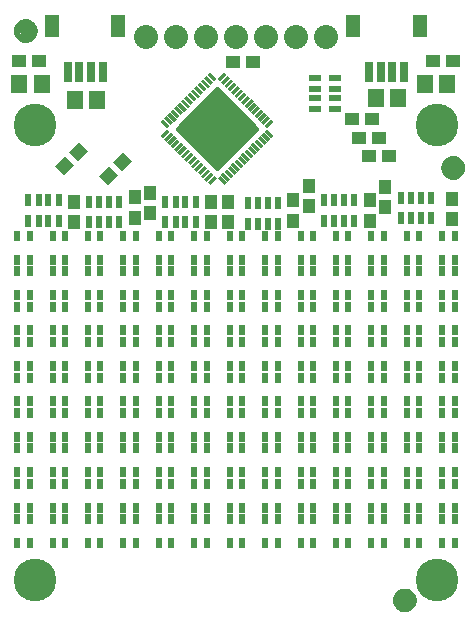
<source format=gbr>
G04 EAGLE Gerber RS-274X export*
G75*
%MOMM*%
%FSLAX34Y34*%
%LPD*%
%INSoldermask Top*%
%IPPOS*%
%AMOC8*
5,1,8,0,0,1.08239X$1,22.5*%
G01*
%ADD10R,1.341600X1.601600*%
%ADD11C,3.617600*%
%ADD12C,1.101600*%
%ADD13C,0.469900*%
%ADD14C,2.032000*%
%ADD15C,0.624191*%
%ADD16R,0.801600X0.301600*%
%ADD17R,1.001600X0.551600*%
%ADD18R,1.176600X1.101600*%
%ADD19R,0.601600X0.851600*%
%ADD20R,0.551600X1.001600*%
%ADD21R,1.101600X1.176600*%
%ADD22R,0.701600X1.651600*%
%ADD23R,1.301600X1.901600*%


D10*
X58380Y381910D03*
X77380Y381910D03*
D11*
X25000Y360000D03*
X365000Y360000D03*
D12*
X17010Y439860D03*
D13*
X17010Y447360D02*
X16829Y447358D01*
X16648Y447351D01*
X16467Y447340D01*
X16286Y447325D01*
X16106Y447305D01*
X15926Y447281D01*
X15747Y447253D01*
X15569Y447220D01*
X15392Y447183D01*
X15215Y447142D01*
X15040Y447097D01*
X14865Y447047D01*
X14692Y446993D01*
X14521Y446935D01*
X14350Y446873D01*
X14182Y446806D01*
X14015Y446736D01*
X13849Y446662D01*
X13686Y446583D01*
X13525Y446501D01*
X13365Y446415D01*
X13208Y446325D01*
X13053Y446231D01*
X12900Y446134D01*
X12750Y446032D01*
X12602Y445928D01*
X12456Y445819D01*
X12314Y445708D01*
X12174Y445592D01*
X12037Y445474D01*
X11902Y445352D01*
X11771Y445227D01*
X11643Y445099D01*
X11518Y444968D01*
X11396Y444833D01*
X11278Y444696D01*
X11162Y444556D01*
X11051Y444414D01*
X10942Y444268D01*
X10838Y444120D01*
X10736Y443970D01*
X10639Y443817D01*
X10545Y443662D01*
X10455Y443505D01*
X10369Y443345D01*
X10287Y443184D01*
X10208Y443021D01*
X10134Y442855D01*
X10064Y442688D01*
X9997Y442520D01*
X9935Y442349D01*
X9877Y442178D01*
X9823Y442005D01*
X9773Y441830D01*
X9728Y441655D01*
X9687Y441478D01*
X9650Y441301D01*
X9617Y441123D01*
X9589Y440944D01*
X9565Y440764D01*
X9545Y440584D01*
X9530Y440403D01*
X9519Y440222D01*
X9512Y440041D01*
X9510Y439860D01*
X17010Y447360D02*
X17191Y447358D01*
X17372Y447351D01*
X17553Y447340D01*
X17734Y447325D01*
X17914Y447305D01*
X18094Y447281D01*
X18273Y447253D01*
X18451Y447220D01*
X18628Y447183D01*
X18805Y447142D01*
X18980Y447097D01*
X19155Y447047D01*
X19328Y446993D01*
X19499Y446935D01*
X19670Y446873D01*
X19838Y446806D01*
X20005Y446736D01*
X20171Y446662D01*
X20334Y446583D01*
X20495Y446501D01*
X20655Y446415D01*
X20812Y446325D01*
X20967Y446231D01*
X21120Y446134D01*
X21270Y446032D01*
X21418Y445928D01*
X21564Y445819D01*
X21706Y445708D01*
X21846Y445592D01*
X21983Y445474D01*
X22118Y445352D01*
X22249Y445227D01*
X22377Y445099D01*
X22502Y444968D01*
X22624Y444833D01*
X22742Y444696D01*
X22858Y444556D01*
X22969Y444414D01*
X23078Y444268D01*
X23182Y444120D01*
X23284Y443970D01*
X23381Y443817D01*
X23475Y443662D01*
X23565Y443505D01*
X23651Y443345D01*
X23733Y443184D01*
X23812Y443021D01*
X23886Y442855D01*
X23956Y442688D01*
X24023Y442520D01*
X24085Y442349D01*
X24143Y442178D01*
X24197Y442005D01*
X24247Y441830D01*
X24292Y441655D01*
X24333Y441478D01*
X24370Y441301D01*
X24403Y441123D01*
X24431Y440944D01*
X24455Y440764D01*
X24475Y440584D01*
X24490Y440403D01*
X24501Y440222D01*
X24508Y440041D01*
X24510Y439860D01*
X24508Y439679D01*
X24501Y439498D01*
X24490Y439317D01*
X24475Y439136D01*
X24455Y438956D01*
X24431Y438776D01*
X24403Y438597D01*
X24370Y438419D01*
X24333Y438242D01*
X24292Y438065D01*
X24247Y437890D01*
X24197Y437715D01*
X24143Y437542D01*
X24085Y437371D01*
X24023Y437200D01*
X23956Y437032D01*
X23886Y436865D01*
X23812Y436699D01*
X23733Y436536D01*
X23651Y436375D01*
X23565Y436215D01*
X23475Y436058D01*
X23381Y435903D01*
X23284Y435750D01*
X23182Y435600D01*
X23078Y435452D01*
X22969Y435306D01*
X22858Y435164D01*
X22742Y435024D01*
X22624Y434887D01*
X22502Y434752D01*
X22377Y434621D01*
X22249Y434493D01*
X22118Y434368D01*
X21983Y434246D01*
X21846Y434128D01*
X21706Y434012D01*
X21564Y433901D01*
X21418Y433792D01*
X21270Y433688D01*
X21120Y433586D01*
X20967Y433489D01*
X20812Y433395D01*
X20655Y433305D01*
X20495Y433219D01*
X20334Y433137D01*
X20171Y433058D01*
X20005Y432984D01*
X19838Y432914D01*
X19670Y432847D01*
X19499Y432785D01*
X19328Y432727D01*
X19155Y432673D01*
X18980Y432623D01*
X18805Y432578D01*
X18628Y432537D01*
X18451Y432500D01*
X18273Y432467D01*
X18094Y432439D01*
X17914Y432415D01*
X17734Y432395D01*
X17553Y432380D01*
X17372Y432369D01*
X17191Y432362D01*
X17010Y432360D01*
X16829Y432362D01*
X16648Y432369D01*
X16467Y432380D01*
X16286Y432395D01*
X16106Y432415D01*
X15926Y432439D01*
X15747Y432467D01*
X15569Y432500D01*
X15392Y432537D01*
X15215Y432578D01*
X15040Y432623D01*
X14865Y432673D01*
X14692Y432727D01*
X14521Y432785D01*
X14350Y432847D01*
X14182Y432914D01*
X14015Y432984D01*
X13849Y433058D01*
X13686Y433137D01*
X13525Y433219D01*
X13365Y433305D01*
X13208Y433395D01*
X13053Y433489D01*
X12900Y433586D01*
X12750Y433688D01*
X12602Y433792D01*
X12456Y433901D01*
X12314Y434012D01*
X12174Y434128D01*
X12037Y434246D01*
X11902Y434368D01*
X11771Y434493D01*
X11643Y434621D01*
X11518Y434752D01*
X11396Y434887D01*
X11278Y435024D01*
X11162Y435164D01*
X11051Y435306D01*
X10942Y435452D01*
X10838Y435600D01*
X10736Y435750D01*
X10639Y435903D01*
X10545Y436058D01*
X10455Y436215D01*
X10369Y436375D01*
X10287Y436536D01*
X10208Y436699D01*
X10134Y436865D01*
X10064Y437032D01*
X9997Y437200D01*
X9935Y437371D01*
X9877Y437542D01*
X9823Y437715D01*
X9773Y437890D01*
X9728Y438065D01*
X9687Y438242D01*
X9650Y438419D01*
X9617Y438597D01*
X9589Y438776D01*
X9565Y438956D01*
X9545Y439136D01*
X9530Y439317D01*
X9519Y439498D01*
X9512Y439679D01*
X9510Y439860D01*
D12*
X338043Y-42151D03*
D13*
X338043Y-34651D02*
X337862Y-34653D01*
X337681Y-34660D01*
X337500Y-34671D01*
X337319Y-34686D01*
X337139Y-34706D01*
X336959Y-34730D01*
X336780Y-34758D01*
X336602Y-34791D01*
X336425Y-34828D01*
X336248Y-34869D01*
X336073Y-34914D01*
X335898Y-34964D01*
X335725Y-35018D01*
X335554Y-35076D01*
X335383Y-35138D01*
X335215Y-35205D01*
X335048Y-35275D01*
X334882Y-35349D01*
X334719Y-35428D01*
X334558Y-35510D01*
X334398Y-35596D01*
X334241Y-35686D01*
X334086Y-35780D01*
X333933Y-35877D01*
X333783Y-35979D01*
X333635Y-36083D01*
X333489Y-36192D01*
X333347Y-36303D01*
X333207Y-36419D01*
X333070Y-36537D01*
X332935Y-36659D01*
X332804Y-36784D01*
X332676Y-36912D01*
X332551Y-37043D01*
X332429Y-37178D01*
X332311Y-37315D01*
X332195Y-37455D01*
X332084Y-37597D01*
X331975Y-37743D01*
X331871Y-37891D01*
X331769Y-38041D01*
X331672Y-38194D01*
X331578Y-38349D01*
X331488Y-38506D01*
X331402Y-38666D01*
X331320Y-38827D01*
X331241Y-38990D01*
X331167Y-39156D01*
X331097Y-39323D01*
X331030Y-39491D01*
X330968Y-39662D01*
X330910Y-39833D01*
X330856Y-40006D01*
X330806Y-40181D01*
X330761Y-40356D01*
X330720Y-40533D01*
X330683Y-40710D01*
X330650Y-40888D01*
X330622Y-41067D01*
X330598Y-41247D01*
X330578Y-41427D01*
X330563Y-41608D01*
X330552Y-41789D01*
X330545Y-41970D01*
X330543Y-42151D01*
X338043Y-34651D02*
X338224Y-34653D01*
X338405Y-34660D01*
X338586Y-34671D01*
X338767Y-34686D01*
X338947Y-34706D01*
X339127Y-34730D01*
X339306Y-34758D01*
X339484Y-34791D01*
X339661Y-34828D01*
X339838Y-34869D01*
X340013Y-34914D01*
X340188Y-34964D01*
X340361Y-35018D01*
X340532Y-35076D01*
X340703Y-35138D01*
X340871Y-35205D01*
X341038Y-35275D01*
X341204Y-35349D01*
X341367Y-35428D01*
X341528Y-35510D01*
X341688Y-35596D01*
X341845Y-35686D01*
X342000Y-35780D01*
X342153Y-35877D01*
X342303Y-35979D01*
X342451Y-36083D01*
X342597Y-36192D01*
X342739Y-36303D01*
X342879Y-36419D01*
X343016Y-36537D01*
X343151Y-36659D01*
X343282Y-36784D01*
X343410Y-36912D01*
X343535Y-37043D01*
X343657Y-37178D01*
X343775Y-37315D01*
X343891Y-37455D01*
X344002Y-37597D01*
X344111Y-37743D01*
X344215Y-37891D01*
X344317Y-38041D01*
X344414Y-38194D01*
X344508Y-38349D01*
X344598Y-38506D01*
X344684Y-38666D01*
X344766Y-38827D01*
X344845Y-38990D01*
X344919Y-39156D01*
X344989Y-39323D01*
X345056Y-39491D01*
X345118Y-39662D01*
X345176Y-39833D01*
X345230Y-40006D01*
X345280Y-40181D01*
X345325Y-40356D01*
X345366Y-40533D01*
X345403Y-40710D01*
X345436Y-40888D01*
X345464Y-41067D01*
X345488Y-41247D01*
X345508Y-41427D01*
X345523Y-41608D01*
X345534Y-41789D01*
X345541Y-41970D01*
X345543Y-42151D01*
X345541Y-42332D01*
X345534Y-42513D01*
X345523Y-42694D01*
X345508Y-42875D01*
X345488Y-43055D01*
X345464Y-43235D01*
X345436Y-43414D01*
X345403Y-43592D01*
X345366Y-43769D01*
X345325Y-43946D01*
X345280Y-44121D01*
X345230Y-44296D01*
X345176Y-44469D01*
X345118Y-44640D01*
X345056Y-44811D01*
X344989Y-44979D01*
X344919Y-45146D01*
X344845Y-45312D01*
X344766Y-45475D01*
X344684Y-45636D01*
X344598Y-45796D01*
X344508Y-45953D01*
X344414Y-46108D01*
X344317Y-46261D01*
X344215Y-46411D01*
X344111Y-46559D01*
X344002Y-46705D01*
X343891Y-46847D01*
X343775Y-46987D01*
X343657Y-47124D01*
X343535Y-47259D01*
X343410Y-47390D01*
X343282Y-47518D01*
X343151Y-47643D01*
X343016Y-47765D01*
X342879Y-47883D01*
X342739Y-47999D01*
X342597Y-48110D01*
X342451Y-48219D01*
X342303Y-48323D01*
X342153Y-48425D01*
X342000Y-48522D01*
X341845Y-48616D01*
X341688Y-48706D01*
X341528Y-48792D01*
X341367Y-48874D01*
X341204Y-48953D01*
X341038Y-49027D01*
X340871Y-49097D01*
X340703Y-49164D01*
X340532Y-49226D01*
X340361Y-49284D01*
X340188Y-49338D01*
X340013Y-49388D01*
X339838Y-49433D01*
X339661Y-49474D01*
X339484Y-49511D01*
X339306Y-49544D01*
X339127Y-49572D01*
X338947Y-49596D01*
X338767Y-49616D01*
X338586Y-49631D01*
X338405Y-49642D01*
X338224Y-49649D01*
X338043Y-49651D01*
X337862Y-49649D01*
X337681Y-49642D01*
X337500Y-49631D01*
X337319Y-49616D01*
X337139Y-49596D01*
X336959Y-49572D01*
X336780Y-49544D01*
X336602Y-49511D01*
X336425Y-49474D01*
X336248Y-49433D01*
X336073Y-49388D01*
X335898Y-49338D01*
X335725Y-49284D01*
X335554Y-49226D01*
X335383Y-49164D01*
X335215Y-49097D01*
X335048Y-49027D01*
X334882Y-48953D01*
X334719Y-48874D01*
X334558Y-48792D01*
X334398Y-48706D01*
X334241Y-48616D01*
X334086Y-48522D01*
X333933Y-48425D01*
X333783Y-48323D01*
X333635Y-48219D01*
X333489Y-48110D01*
X333347Y-47999D01*
X333207Y-47883D01*
X333070Y-47765D01*
X332935Y-47643D01*
X332804Y-47518D01*
X332676Y-47390D01*
X332551Y-47259D01*
X332429Y-47124D01*
X332311Y-46987D01*
X332195Y-46847D01*
X332084Y-46705D01*
X331975Y-46559D01*
X331871Y-46411D01*
X331769Y-46261D01*
X331672Y-46108D01*
X331578Y-45953D01*
X331488Y-45796D01*
X331402Y-45636D01*
X331320Y-45475D01*
X331241Y-45312D01*
X331167Y-45146D01*
X331097Y-44979D01*
X331030Y-44811D01*
X330968Y-44640D01*
X330910Y-44469D01*
X330856Y-44296D01*
X330806Y-44121D01*
X330761Y-43946D01*
X330720Y-43769D01*
X330683Y-43592D01*
X330650Y-43414D01*
X330622Y-43235D01*
X330598Y-43055D01*
X330578Y-42875D01*
X330563Y-42694D01*
X330552Y-42513D01*
X330545Y-42332D01*
X330543Y-42151D01*
D14*
X118800Y435000D03*
X144200Y435000D03*
X169600Y435000D03*
X195000Y435000D03*
X220400Y435000D03*
X245800Y435000D03*
X271200Y435000D03*
D10*
X313290Y383350D03*
X332290Y383350D03*
X30570Y395040D03*
X11570Y395040D03*
D15*
X146758Y357320D02*
X179125Y389687D01*
X211492Y357320D01*
X179125Y324953D01*
X146758Y357320D01*
X173195Y330883D02*
X185055Y330883D01*
X190985Y336813D02*
X167265Y336813D01*
X161335Y342743D02*
X196915Y342743D01*
X202845Y348673D02*
X155405Y348673D01*
X149475Y354603D02*
X208775Y354603D01*
X208279Y360533D02*
X149971Y360533D01*
X155901Y366463D02*
X202349Y366463D01*
X196419Y372393D02*
X161831Y372393D01*
X167761Y378323D02*
X190489Y378323D01*
X184559Y384253D02*
X173691Y384253D01*
D16*
G36*
X226866Y363330D02*
X221199Y357663D01*
X219066Y359796D01*
X224733Y365463D01*
X226866Y363330D01*
G37*
G36*
X224037Y366158D02*
X218370Y360491D01*
X216237Y362624D01*
X221904Y368291D01*
X224037Y366158D01*
G37*
G36*
X221209Y368986D02*
X215542Y363319D01*
X213409Y365452D01*
X219076Y371119D01*
X221209Y368986D01*
G37*
G36*
X218380Y371815D02*
X212713Y366148D01*
X210580Y368281D01*
X216247Y373948D01*
X218380Y371815D01*
G37*
G36*
X215552Y374643D02*
X209885Y368976D01*
X207752Y371109D01*
X213419Y376776D01*
X215552Y374643D01*
G37*
G36*
X212723Y377472D02*
X207056Y371805D01*
X204923Y373938D01*
X210590Y379605D01*
X212723Y377472D01*
G37*
G36*
X209895Y380300D02*
X204228Y374633D01*
X202095Y376766D01*
X207762Y382433D01*
X209895Y380300D01*
G37*
G36*
X207067Y383129D02*
X201400Y377462D01*
X199267Y379595D01*
X204934Y385262D01*
X207067Y383129D01*
G37*
G36*
X204238Y385957D02*
X198571Y380290D01*
X196438Y382423D01*
X202105Y388090D01*
X204238Y385957D01*
G37*
G36*
X201410Y388785D02*
X195743Y383118D01*
X193610Y385251D01*
X199277Y390918D01*
X201410Y388785D01*
G37*
G36*
X198581Y391614D02*
X192914Y385947D01*
X190781Y388080D01*
X196448Y393747D01*
X198581Y391614D01*
G37*
G36*
X195753Y394442D02*
X190086Y388775D01*
X187953Y390908D01*
X193620Y396575D01*
X195753Y394442D01*
G37*
G36*
X192924Y397271D02*
X187257Y391604D01*
X185124Y393737D01*
X190791Y399404D01*
X192924Y397271D01*
G37*
G36*
X190096Y400099D02*
X184429Y394432D01*
X182296Y396565D01*
X187963Y402232D01*
X190096Y400099D01*
G37*
G36*
X187268Y402928D02*
X181601Y397261D01*
X179468Y399394D01*
X185135Y405061D01*
X187268Y402928D01*
G37*
G36*
X173115Y405061D02*
X178782Y399394D01*
X176649Y397261D01*
X170982Y402928D01*
X173115Y405061D01*
G37*
G36*
X170287Y402232D02*
X175954Y396565D01*
X173821Y394432D01*
X168154Y400099D01*
X170287Y402232D01*
G37*
G36*
X167459Y399404D02*
X173126Y393737D01*
X170993Y391604D01*
X165326Y397271D01*
X167459Y399404D01*
G37*
G36*
X164630Y396575D02*
X170297Y390908D01*
X168164Y388775D01*
X162497Y394442D01*
X164630Y396575D01*
G37*
G36*
X161802Y393747D02*
X167469Y388080D01*
X165336Y385947D01*
X159669Y391614D01*
X161802Y393747D01*
G37*
G36*
X158973Y390918D02*
X164640Y385251D01*
X162507Y383118D01*
X156840Y388785D01*
X158973Y390918D01*
G37*
G36*
X156145Y388090D02*
X161812Y382423D01*
X159679Y380290D01*
X154012Y385957D01*
X156145Y388090D01*
G37*
G36*
X153316Y385262D02*
X158983Y379595D01*
X156850Y377462D01*
X151183Y383129D01*
X153316Y385262D01*
G37*
G36*
X150488Y382433D02*
X156155Y376766D01*
X154022Y374633D01*
X148355Y380300D01*
X150488Y382433D01*
G37*
G36*
X147660Y379605D02*
X153327Y373938D01*
X151194Y371805D01*
X145527Y377472D01*
X147660Y379605D01*
G37*
G36*
X144831Y376776D02*
X150498Y371109D01*
X148365Y368976D01*
X142698Y374643D01*
X144831Y376776D01*
G37*
G36*
X142003Y373948D02*
X147670Y368281D01*
X145537Y366148D01*
X139870Y371815D01*
X142003Y373948D01*
G37*
G36*
X139174Y371119D02*
X144841Y365452D01*
X142708Y363319D01*
X137041Y368986D01*
X139174Y371119D01*
G37*
G36*
X136346Y368291D02*
X142013Y362624D01*
X139880Y360491D01*
X134213Y366158D01*
X136346Y368291D01*
G37*
G36*
X133517Y365463D02*
X139184Y359796D01*
X137051Y357663D01*
X131384Y363330D01*
X133517Y365463D01*
G37*
G36*
X131384Y351310D02*
X137051Y356977D01*
X139184Y354844D01*
X133517Y349177D01*
X131384Y351310D01*
G37*
G36*
X134213Y348482D02*
X139880Y354149D01*
X142013Y352016D01*
X136346Y346349D01*
X134213Y348482D01*
G37*
G36*
X137041Y345654D02*
X142708Y351321D01*
X144841Y349188D01*
X139174Y343521D01*
X137041Y345654D01*
G37*
G36*
X139870Y342825D02*
X145537Y348492D01*
X147670Y346359D01*
X142003Y340692D01*
X139870Y342825D01*
G37*
G36*
X142698Y339997D02*
X148365Y345664D01*
X150498Y343531D01*
X144831Y337864D01*
X142698Y339997D01*
G37*
G36*
X145527Y337168D02*
X151194Y342835D01*
X153327Y340702D01*
X147660Y335035D01*
X145527Y337168D01*
G37*
G36*
X148355Y334340D02*
X154022Y340007D01*
X156155Y337874D01*
X150488Y332207D01*
X148355Y334340D01*
G37*
G36*
X151183Y331511D02*
X156850Y337178D01*
X158983Y335045D01*
X153316Y329378D01*
X151183Y331511D01*
G37*
G36*
X154012Y328683D02*
X159679Y334350D01*
X161812Y332217D01*
X156145Y326550D01*
X154012Y328683D01*
G37*
G36*
X156840Y325855D02*
X162507Y331522D01*
X164640Y329389D01*
X158973Y323722D01*
X156840Y325855D01*
G37*
G36*
X159669Y323026D02*
X165336Y328693D01*
X167469Y326560D01*
X161802Y320893D01*
X159669Y323026D01*
G37*
G36*
X162497Y320198D02*
X168164Y325865D01*
X170297Y323732D01*
X164630Y318065D01*
X162497Y320198D01*
G37*
G36*
X165326Y317369D02*
X170993Y323036D01*
X173126Y320903D01*
X167459Y315236D01*
X165326Y317369D01*
G37*
G36*
X168154Y314541D02*
X173821Y320208D01*
X175954Y318075D01*
X170287Y312408D01*
X168154Y314541D01*
G37*
G36*
X170982Y311712D02*
X176649Y317379D01*
X178782Y315246D01*
X173115Y309579D01*
X170982Y311712D01*
G37*
G36*
X185135Y309579D02*
X179468Y315246D01*
X181601Y317379D01*
X187268Y311712D01*
X185135Y309579D01*
G37*
G36*
X187963Y312408D02*
X182296Y318075D01*
X184429Y320208D01*
X190096Y314541D01*
X187963Y312408D01*
G37*
G36*
X190791Y315236D02*
X185124Y320903D01*
X187257Y323036D01*
X192924Y317369D01*
X190791Y315236D01*
G37*
G36*
X193620Y318065D02*
X187953Y323732D01*
X190086Y325865D01*
X195753Y320198D01*
X193620Y318065D01*
G37*
G36*
X196448Y320893D02*
X190781Y326560D01*
X192914Y328693D01*
X198581Y323026D01*
X196448Y320893D01*
G37*
G36*
X199277Y323722D02*
X193610Y329389D01*
X195743Y331522D01*
X201410Y325855D01*
X199277Y323722D01*
G37*
G36*
X202105Y326550D02*
X196438Y332217D01*
X198571Y334350D01*
X204238Y328683D01*
X202105Y326550D01*
G37*
G36*
X204934Y329378D02*
X199267Y335045D01*
X201400Y337178D01*
X207067Y331511D01*
X204934Y329378D01*
G37*
G36*
X207762Y332207D02*
X202095Y337874D01*
X204228Y340007D01*
X209895Y334340D01*
X207762Y332207D01*
G37*
G36*
X210590Y335035D02*
X204923Y340702D01*
X207056Y342835D01*
X212723Y337168D01*
X210590Y335035D01*
G37*
G36*
X213419Y337864D02*
X207752Y343531D01*
X209885Y345664D01*
X215552Y339997D01*
X213419Y337864D01*
G37*
G36*
X216247Y340692D02*
X210580Y346359D01*
X212713Y348492D01*
X218380Y342825D01*
X216247Y340692D01*
G37*
G36*
X219076Y343521D02*
X213409Y349188D01*
X215542Y351321D01*
X221209Y345654D01*
X219076Y343521D01*
G37*
G36*
X221904Y346349D02*
X216237Y352016D01*
X218370Y354149D01*
X224037Y348482D01*
X221904Y346349D01*
G37*
G36*
X224733Y349177D02*
X219066Y354844D01*
X221199Y356977D01*
X226866Y351310D01*
X224733Y349177D01*
G37*
D17*
X278540Y399840D03*
X261540Y399840D03*
X278540Y390840D03*
X278540Y382840D03*
X278540Y373840D03*
X261540Y373840D03*
X261540Y390840D03*
X261540Y382840D03*
D18*
X209180Y413935D03*
X192180Y413935D03*
D19*
X9750Y246500D03*
X20250Y246500D03*
X20250Y266500D03*
X9750Y266500D03*
X39750Y246500D03*
X50250Y246500D03*
X50250Y266500D03*
X39750Y266500D03*
X69750Y246500D03*
X80250Y246500D03*
X80250Y266500D03*
X69750Y266500D03*
X99750Y246500D03*
X110250Y246500D03*
X110250Y266500D03*
X99750Y266500D03*
X129750Y246500D03*
X140250Y246500D03*
X140250Y266500D03*
X129750Y266500D03*
X159750Y246500D03*
X170250Y246500D03*
X170250Y266500D03*
X159750Y266500D03*
X189750Y246500D03*
X200250Y246500D03*
X200250Y266500D03*
X189750Y266500D03*
X219750Y246500D03*
X230250Y246500D03*
X230250Y266500D03*
X219750Y266500D03*
X249750Y246500D03*
X260250Y246500D03*
X260250Y266500D03*
X249750Y266500D03*
X279750Y246500D03*
X290250Y246500D03*
X290250Y266500D03*
X279750Y266500D03*
X309750Y246500D03*
X320250Y246500D03*
X320250Y266500D03*
X309750Y266500D03*
X339750Y246500D03*
X350250Y246500D03*
X350250Y266500D03*
X339750Y266500D03*
X369750Y246500D03*
X380250Y246500D03*
X380250Y266500D03*
X369750Y266500D03*
X9750Y216500D03*
X20250Y216500D03*
X20250Y236500D03*
X9750Y236500D03*
X39750Y216500D03*
X50250Y216500D03*
X50250Y236500D03*
X39750Y236500D03*
X69750Y216500D03*
X80250Y216500D03*
X80250Y236500D03*
X69750Y236500D03*
X99750Y216500D03*
X110250Y216500D03*
X110250Y236500D03*
X99750Y236500D03*
X129750Y216500D03*
X140250Y216500D03*
X140250Y236500D03*
X129750Y236500D03*
X159750Y216500D03*
X170250Y216500D03*
X170250Y236500D03*
X159750Y236500D03*
X189750Y216500D03*
X200250Y216500D03*
X200250Y236500D03*
X189750Y236500D03*
X219750Y216500D03*
X230250Y216500D03*
X230250Y236500D03*
X219750Y236500D03*
X249750Y216500D03*
X260250Y216500D03*
X260250Y236500D03*
X249750Y236500D03*
X279750Y216500D03*
X290250Y216500D03*
X290250Y236500D03*
X279750Y236500D03*
X309750Y216500D03*
X320250Y216500D03*
X320250Y236500D03*
X309750Y236500D03*
X339750Y216500D03*
X350250Y216500D03*
X350250Y236500D03*
X339750Y236500D03*
X369750Y216500D03*
X380250Y216500D03*
X380250Y236500D03*
X369750Y236500D03*
X9750Y186500D03*
X20250Y186500D03*
X20250Y206500D03*
X9750Y206500D03*
X39750Y186500D03*
X50250Y186500D03*
X50250Y206500D03*
X39750Y206500D03*
X69750Y186500D03*
X80250Y186500D03*
X80250Y206500D03*
X69750Y206500D03*
X99750Y186500D03*
X110250Y186500D03*
X110250Y206500D03*
X99750Y206500D03*
X129750Y186500D03*
X140250Y186500D03*
X140250Y206500D03*
X129750Y206500D03*
X159750Y186500D03*
X170250Y186500D03*
X170250Y206500D03*
X159750Y206500D03*
X189750Y186500D03*
X200250Y186500D03*
X200250Y206500D03*
X189750Y206500D03*
X219750Y186500D03*
X230250Y186500D03*
X230250Y206500D03*
X219750Y206500D03*
X249750Y186500D03*
X260250Y186500D03*
X260250Y206500D03*
X249750Y206500D03*
X279750Y186500D03*
X290250Y186500D03*
X290250Y206500D03*
X279750Y206500D03*
X309750Y186500D03*
X320250Y186500D03*
X320250Y206500D03*
X309750Y206500D03*
X339750Y186500D03*
X350250Y186500D03*
X350250Y206500D03*
X339750Y206500D03*
X369750Y186500D03*
X380250Y186500D03*
X380250Y206500D03*
X369750Y206500D03*
X9750Y156500D03*
X20250Y156500D03*
X20250Y176500D03*
X9750Y176500D03*
X39750Y156500D03*
X50250Y156500D03*
X50250Y176500D03*
X39750Y176500D03*
X69750Y156500D03*
X80250Y156500D03*
X80250Y176500D03*
X69750Y176500D03*
X99750Y156500D03*
X110250Y156500D03*
X110250Y176500D03*
X99750Y176500D03*
X129750Y156500D03*
X140250Y156500D03*
X140250Y176500D03*
X129750Y176500D03*
X159750Y156500D03*
X170250Y156500D03*
X170250Y176500D03*
X159750Y176500D03*
X189750Y156500D03*
X200250Y156500D03*
X200250Y176500D03*
X189750Y176500D03*
X219750Y156500D03*
X230250Y156500D03*
X230250Y176500D03*
X219750Y176500D03*
X249750Y156500D03*
X260250Y156500D03*
X260250Y176500D03*
X249750Y176500D03*
X279750Y156500D03*
X290250Y156500D03*
X290250Y176500D03*
X279750Y176500D03*
X309750Y156500D03*
X320250Y156500D03*
X320250Y176500D03*
X309750Y176500D03*
X339750Y156500D03*
X350250Y156500D03*
X350250Y176500D03*
X339750Y176500D03*
X369750Y156500D03*
X380250Y156500D03*
X380250Y176500D03*
X369750Y176500D03*
X9750Y126500D03*
X20250Y126500D03*
X20250Y146500D03*
X9750Y146500D03*
X39750Y126500D03*
X50250Y126500D03*
X50250Y146500D03*
X39750Y146500D03*
X69750Y126500D03*
X80250Y126500D03*
X80250Y146500D03*
X69750Y146500D03*
X99750Y126500D03*
X110250Y126500D03*
X110250Y146500D03*
X99750Y146500D03*
X129750Y126500D03*
X140250Y126500D03*
X140250Y146500D03*
X129750Y146500D03*
X159750Y126500D03*
X170250Y126500D03*
X170250Y146500D03*
X159750Y146500D03*
X189750Y126500D03*
X200250Y126500D03*
X200250Y146500D03*
X189750Y146500D03*
X219750Y126500D03*
X230250Y126500D03*
X230250Y146500D03*
X219750Y146500D03*
X249750Y126500D03*
X260250Y126500D03*
X260250Y146500D03*
X249750Y146500D03*
X279750Y126500D03*
X290250Y126500D03*
X290250Y146500D03*
X279750Y146500D03*
X309750Y126500D03*
X320250Y126500D03*
X320250Y146500D03*
X309750Y146500D03*
X339750Y126500D03*
X350250Y126500D03*
X350250Y146500D03*
X339750Y146500D03*
X369750Y126500D03*
X380250Y126500D03*
X380250Y146500D03*
X369750Y146500D03*
X9750Y96500D03*
X20250Y96500D03*
X20250Y116500D03*
X9750Y116500D03*
X39750Y96500D03*
X50250Y96500D03*
X50250Y116500D03*
X39750Y116500D03*
X69750Y96500D03*
X80250Y96500D03*
X80250Y116500D03*
X69750Y116500D03*
X99750Y96500D03*
X110250Y96500D03*
X110250Y116500D03*
X99750Y116500D03*
X129750Y96500D03*
X140250Y96500D03*
X140250Y116500D03*
X129750Y116500D03*
X159750Y96500D03*
X170250Y96500D03*
X170250Y116500D03*
X159750Y116500D03*
X189750Y96500D03*
X200250Y96500D03*
X200250Y116500D03*
X189750Y116500D03*
X219750Y96500D03*
X230250Y96500D03*
X230250Y116500D03*
X219750Y116500D03*
X249750Y96500D03*
X260250Y96500D03*
X260250Y116500D03*
X249750Y116500D03*
X279750Y96500D03*
X290250Y96500D03*
X290250Y116500D03*
X279750Y116500D03*
X309750Y96500D03*
X320250Y96500D03*
X320250Y116500D03*
X309750Y116500D03*
X339750Y96500D03*
X350250Y96500D03*
X350250Y116500D03*
X339750Y116500D03*
X369750Y96500D03*
X380250Y96500D03*
X380250Y116500D03*
X369750Y116500D03*
X9750Y66500D03*
X20250Y66500D03*
X20250Y86500D03*
X9750Y86500D03*
X39750Y66500D03*
X50250Y66500D03*
X50250Y86500D03*
X39750Y86500D03*
X69750Y66500D03*
X80250Y66500D03*
X80250Y86500D03*
X69750Y86500D03*
X99750Y66500D03*
X110250Y66500D03*
X110250Y86500D03*
X99750Y86500D03*
X129750Y66500D03*
X140250Y66500D03*
X140250Y86500D03*
X129750Y86500D03*
X159750Y66500D03*
X170250Y66500D03*
X170250Y86500D03*
X159750Y86500D03*
X189750Y66500D03*
X200250Y66500D03*
X200250Y86500D03*
X189750Y86500D03*
X219750Y66500D03*
X230250Y66500D03*
X230250Y86500D03*
X219750Y86500D03*
X249750Y66500D03*
X260250Y66500D03*
X260250Y86500D03*
X249750Y86500D03*
X279750Y66500D03*
X290250Y66500D03*
X290250Y86500D03*
X279750Y86500D03*
X309750Y66500D03*
X320250Y66500D03*
X320250Y86500D03*
X309750Y86500D03*
X339750Y66500D03*
X350250Y66500D03*
X350250Y86500D03*
X339750Y86500D03*
X369750Y66500D03*
X380250Y66500D03*
X380250Y86500D03*
X369750Y86500D03*
X9750Y36500D03*
X20250Y36500D03*
X20250Y56500D03*
X9750Y56500D03*
X39750Y36500D03*
X50250Y36500D03*
X50250Y56500D03*
X39750Y56500D03*
X69750Y36500D03*
X80250Y36500D03*
X80250Y56500D03*
X69750Y56500D03*
X99750Y36500D03*
X110250Y36500D03*
X110250Y56500D03*
X99750Y56500D03*
X129750Y36500D03*
X140250Y36500D03*
X140250Y56500D03*
X129750Y56500D03*
X159750Y36500D03*
X170250Y36500D03*
X170250Y56500D03*
X159750Y56500D03*
X189750Y36500D03*
X200250Y36500D03*
X200250Y56500D03*
X189750Y56500D03*
X219750Y36500D03*
X230250Y36500D03*
X230250Y56500D03*
X219750Y56500D03*
X249750Y36500D03*
X260250Y36500D03*
X260250Y56500D03*
X249750Y56500D03*
X279750Y36500D03*
X290250Y36500D03*
X290250Y56500D03*
X279750Y56500D03*
X309750Y36500D03*
X320250Y36500D03*
X320250Y56500D03*
X309750Y56500D03*
X339750Y36500D03*
X350250Y36500D03*
X350250Y56500D03*
X339750Y56500D03*
X369750Y36500D03*
X380250Y36500D03*
X380250Y56500D03*
X369750Y56500D03*
X9750Y6500D03*
X20250Y6500D03*
X20250Y26500D03*
X9750Y26500D03*
X39750Y6500D03*
X50250Y6500D03*
X50250Y26500D03*
X39750Y26500D03*
X69750Y6500D03*
X80250Y6500D03*
X80250Y26500D03*
X69750Y26500D03*
X99750Y6500D03*
X110250Y6500D03*
X110250Y26500D03*
X99750Y26500D03*
X129750Y6500D03*
X140250Y6500D03*
X140250Y26500D03*
X129750Y26500D03*
X159750Y6500D03*
X170250Y6500D03*
X170250Y26500D03*
X159750Y26500D03*
X189750Y6500D03*
X200250Y6500D03*
X200250Y26500D03*
X189750Y26500D03*
X219750Y6500D03*
X230250Y6500D03*
X230250Y26500D03*
X219750Y26500D03*
X249750Y6500D03*
X260250Y6500D03*
X260250Y26500D03*
X249750Y26500D03*
X279750Y6500D03*
X290250Y6500D03*
X290250Y26500D03*
X279750Y26500D03*
X309750Y6500D03*
X320250Y6500D03*
X320250Y26500D03*
X309750Y26500D03*
X339750Y6500D03*
X350250Y6500D03*
X350250Y26500D03*
X339750Y26500D03*
X369750Y6500D03*
X380250Y6500D03*
X380250Y26500D03*
X369750Y26500D03*
D20*
X45070Y279490D03*
X45070Y296490D03*
X36070Y279490D03*
X28070Y279490D03*
X19070Y279490D03*
X19070Y296490D03*
X36070Y296490D03*
X28070Y296490D03*
X96425Y278220D03*
X96425Y295220D03*
X87425Y278220D03*
X79425Y278220D03*
X70425Y278220D03*
X70425Y295220D03*
X87425Y295220D03*
X79425Y295220D03*
X161195Y278220D03*
X161195Y295220D03*
X152195Y278220D03*
X144195Y278220D03*
X135195Y278220D03*
X135195Y295220D03*
X152195Y295220D03*
X144195Y295220D03*
X231045Y276950D03*
X231045Y293950D03*
X222045Y276950D03*
X214045Y276950D03*
X205045Y276950D03*
X205045Y293950D03*
X222045Y293950D03*
X214045Y293950D03*
X295180Y279490D03*
X295180Y296490D03*
X286180Y279490D03*
X278180Y279490D03*
X269180Y279490D03*
X269180Y296490D03*
X286180Y296490D03*
X278180Y296490D03*
X360585Y281395D03*
X360585Y298395D03*
X351585Y281395D03*
X343585Y281395D03*
X334585Y281395D03*
X334585Y298395D03*
X351585Y298395D03*
X343585Y298395D03*
D18*
G36*
X53826Y337535D02*
X62145Y345854D01*
X69934Y338065D01*
X61615Y329746D01*
X53826Y337535D01*
G37*
G36*
X41806Y325515D02*
X50125Y333834D01*
X57914Y326045D01*
X49595Y317726D01*
X41806Y325515D01*
G37*
D21*
X58025Y295220D03*
X58025Y278220D03*
D18*
G36*
X90971Y329476D02*
X99290Y337795D01*
X107079Y330006D01*
X98760Y321687D01*
X90971Y329476D01*
G37*
G36*
X78950Y317455D02*
X87269Y325774D01*
X95058Y317985D01*
X86739Y309666D01*
X78950Y317455D01*
G37*
D21*
X109460Y299030D03*
X109460Y282030D03*
X122160Y302840D03*
X122160Y285840D03*
X173595Y295220D03*
X173595Y278220D03*
X243445Y296490D03*
X243445Y279490D03*
X187883Y295165D03*
X187883Y278165D03*
X256780Y308555D03*
X256780Y291555D03*
X308215Y296490D03*
X308215Y279490D03*
X321550Y307920D03*
X321550Y290920D03*
D18*
X307522Y334250D03*
X324522Y334250D03*
X293365Y365460D03*
X310365Y365460D03*
D21*
X378065Y297760D03*
X378065Y280760D03*
D18*
X299140Y349490D03*
X316140Y349490D03*
D22*
X327500Y404860D03*
X317500Y404860D03*
X337500Y404860D03*
X307500Y404860D03*
D23*
X350500Y443860D03*
X294500Y443860D03*
D22*
X72500Y404860D03*
X62500Y404860D03*
X82500Y404860D03*
X52500Y404860D03*
D23*
X95500Y443860D03*
X39500Y443860D03*
D18*
X28100Y414685D03*
X11100Y414685D03*
D10*
X354900Y394820D03*
X373900Y394820D03*
D18*
X361900Y414325D03*
X378900Y414325D03*
D11*
X25000Y-25000D03*
X365000Y-25000D03*
D12*
X379000Y324000D03*
D13*
X379000Y331500D02*
X378819Y331498D01*
X378638Y331491D01*
X378457Y331480D01*
X378276Y331465D01*
X378096Y331445D01*
X377916Y331421D01*
X377737Y331393D01*
X377559Y331360D01*
X377382Y331323D01*
X377205Y331282D01*
X377030Y331237D01*
X376855Y331187D01*
X376682Y331133D01*
X376511Y331075D01*
X376340Y331013D01*
X376172Y330946D01*
X376005Y330876D01*
X375839Y330802D01*
X375676Y330723D01*
X375515Y330641D01*
X375355Y330555D01*
X375198Y330465D01*
X375043Y330371D01*
X374890Y330274D01*
X374740Y330172D01*
X374592Y330068D01*
X374446Y329959D01*
X374304Y329848D01*
X374164Y329732D01*
X374027Y329614D01*
X373892Y329492D01*
X373761Y329367D01*
X373633Y329239D01*
X373508Y329108D01*
X373386Y328973D01*
X373268Y328836D01*
X373152Y328696D01*
X373041Y328554D01*
X372932Y328408D01*
X372828Y328260D01*
X372726Y328110D01*
X372629Y327957D01*
X372535Y327802D01*
X372445Y327645D01*
X372359Y327485D01*
X372277Y327324D01*
X372198Y327161D01*
X372124Y326995D01*
X372054Y326828D01*
X371987Y326660D01*
X371925Y326489D01*
X371867Y326318D01*
X371813Y326145D01*
X371763Y325970D01*
X371718Y325795D01*
X371677Y325618D01*
X371640Y325441D01*
X371607Y325263D01*
X371579Y325084D01*
X371555Y324904D01*
X371535Y324724D01*
X371520Y324543D01*
X371509Y324362D01*
X371502Y324181D01*
X371500Y324000D01*
X379000Y331500D02*
X379181Y331498D01*
X379362Y331491D01*
X379543Y331480D01*
X379724Y331465D01*
X379904Y331445D01*
X380084Y331421D01*
X380263Y331393D01*
X380441Y331360D01*
X380618Y331323D01*
X380795Y331282D01*
X380970Y331237D01*
X381145Y331187D01*
X381318Y331133D01*
X381489Y331075D01*
X381660Y331013D01*
X381828Y330946D01*
X381995Y330876D01*
X382161Y330802D01*
X382324Y330723D01*
X382485Y330641D01*
X382645Y330555D01*
X382802Y330465D01*
X382957Y330371D01*
X383110Y330274D01*
X383260Y330172D01*
X383408Y330068D01*
X383554Y329959D01*
X383696Y329848D01*
X383836Y329732D01*
X383973Y329614D01*
X384108Y329492D01*
X384239Y329367D01*
X384367Y329239D01*
X384492Y329108D01*
X384614Y328973D01*
X384732Y328836D01*
X384848Y328696D01*
X384959Y328554D01*
X385068Y328408D01*
X385172Y328260D01*
X385274Y328110D01*
X385371Y327957D01*
X385465Y327802D01*
X385555Y327645D01*
X385641Y327485D01*
X385723Y327324D01*
X385802Y327161D01*
X385876Y326995D01*
X385946Y326828D01*
X386013Y326660D01*
X386075Y326489D01*
X386133Y326318D01*
X386187Y326145D01*
X386237Y325970D01*
X386282Y325795D01*
X386323Y325618D01*
X386360Y325441D01*
X386393Y325263D01*
X386421Y325084D01*
X386445Y324904D01*
X386465Y324724D01*
X386480Y324543D01*
X386491Y324362D01*
X386498Y324181D01*
X386500Y324000D01*
X386498Y323819D01*
X386491Y323638D01*
X386480Y323457D01*
X386465Y323276D01*
X386445Y323096D01*
X386421Y322916D01*
X386393Y322737D01*
X386360Y322559D01*
X386323Y322382D01*
X386282Y322205D01*
X386237Y322030D01*
X386187Y321855D01*
X386133Y321682D01*
X386075Y321511D01*
X386013Y321340D01*
X385946Y321172D01*
X385876Y321005D01*
X385802Y320839D01*
X385723Y320676D01*
X385641Y320515D01*
X385555Y320355D01*
X385465Y320198D01*
X385371Y320043D01*
X385274Y319890D01*
X385172Y319740D01*
X385068Y319592D01*
X384959Y319446D01*
X384848Y319304D01*
X384732Y319164D01*
X384614Y319027D01*
X384492Y318892D01*
X384367Y318761D01*
X384239Y318633D01*
X384108Y318508D01*
X383973Y318386D01*
X383836Y318268D01*
X383696Y318152D01*
X383554Y318041D01*
X383408Y317932D01*
X383260Y317828D01*
X383110Y317726D01*
X382957Y317629D01*
X382802Y317535D01*
X382645Y317445D01*
X382485Y317359D01*
X382324Y317277D01*
X382161Y317198D01*
X381995Y317124D01*
X381828Y317054D01*
X381660Y316987D01*
X381489Y316925D01*
X381318Y316867D01*
X381145Y316813D01*
X380970Y316763D01*
X380795Y316718D01*
X380618Y316677D01*
X380441Y316640D01*
X380263Y316607D01*
X380084Y316579D01*
X379904Y316555D01*
X379724Y316535D01*
X379543Y316520D01*
X379362Y316509D01*
X379181Y316502D01*
X379000Y316500D01*
X378819Y316502D01*
X378638Y316509D01*
X378457Y316520D01*
X378276Y316535D01*
X378096Y316555D01*
X377916Y316579D01*
X377737Y316607D01*
X377559Y316640D01*
X377382Y316677D01*
X377205Y316718D01*
X377030Y316763D01*
X376855Y316813D01*
X376682Y316867D01*
X376511Y316925D01*
X376340Y316987D01*
X376172Y317054D01*
X376005Y317124D01*
X375839Y317198D01*
X375676Y317277D01*
X375515Y317359D01*
X375355Y317445D01*
X375198Y317535D01*
X375043Y317629D01*
X374890Y317726D01*
X374740Y317828D01*
X374592Y317932D01*
X374446Y318041D01*
X374304Y318152D01*
X374164Y318268D01*
X374027Y318386D01*
X373892Y318508D01*
X373761Y318633D01*
X373633Y318761D01*
X373508Y318892D01*
X373386Y319027D01*
X373268Y319164D01*
X373152Y319304D01*
X373041Y319446D01*
X372932Y319592D01*
X372828Y319740D01*
X372726Y319890D01*
X372629Y320043D01*
X372535Y320198D01*
X372445Y320355D01*
X372359Y320515D01*
X372277Y320676D01*
X372198Y320839D01*
X372124Y321005D01*
X372054Y321172D01*
X371987Y321340D01*
X371925Y321511D01*
X371867Y321682D01*
X371813Y321855D01*
X371763Y322030D01*
X371718Y322205D01*
X371677Y322382D01*
X371640Y322559D01*
X371607Y322737D01*
X371579Y322916D01*
X371555Y323096D01*
X371535Y323276D01*
X371520Y323457D01*
X371509Y323638D01*
X371502Y323819D01*
X371500Y324000D01*
M02*

</source>
